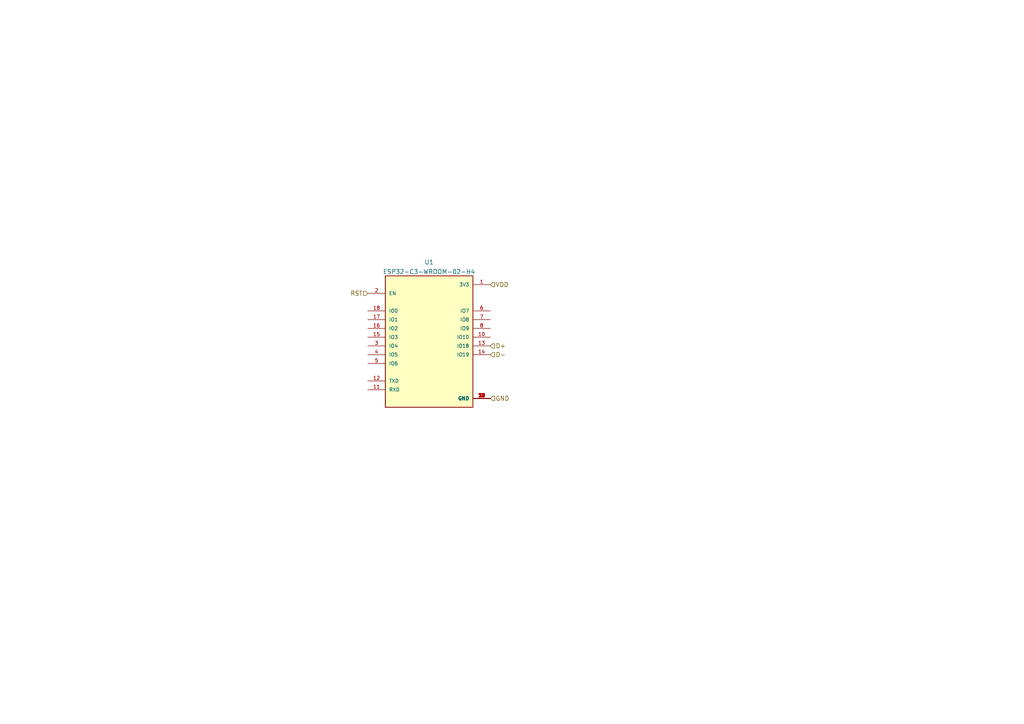
<source format=kicad_sch>
(kicad_sch (version 20211123) (generator eeschema)
  (paper "A4")
  (lib_symbols
    (symbol "ESP32-C3-WROOM-02-H4:ESP32-C3-WROOM-02-H4" (pin_names (offset 1.016))
      (property "Reference" "U" (at -12.7 21.082 0))
      (property "Value" "ESP32-C3-WROOM-02-H4" (at -12.7 -18.542 0))
      (symbol "ESP32-C3-WROOM-02-H4_0_0"
        (rectangle (start -12.7 -17.78) (end 12.7 20.32) (stroke (width 0.254)) (fill (type background)))
        (pin power_in line (at 17.78 17.78 180) (length 5.08) (name "3V3") (number "1"))
        (pin bidirectional line (at 17.78 2.54 180) (length 5.08) (name "IO10") (number "10"))
        (pin bidirectional line (at -17.78 -12.7 0) (length 5.08) (name "RXD") (number "11"))
        (pin bidirectional line (at -17.78 -10.16 0) (length 5.08) (name "TXD") (number "12"))
        (pin bidirectional line (at 17.78 0 180) (length 5.08) (name "IO18") (number "13"))
        (pin bidirectional line (at 17.78 -2.54 180) (length 5.08) (name "IO19") (number "14"))
        (pin bidirectional line (at -17.78 2.54 0) (length 5.08) (name "IO3") (number "15"))
        (pin bidirectional line (at -17.78 5.08 0) (length 5.08) (name "IO2") (number "16"))
        (pin bidirectional line (at -17.78 7.62 0) (length 5.08) (name "IO1") (number "17"))
        (pin bidirectional line (at -17.78 10.16 0) (length 5.08) (name "IO0") (number "18"))
        (pin power_in line (at 17.78 -15.24 180) (length 5.08) (name "GND") (number "19"))
        (pin input line (at -17.78 15.24 0) (length 5.08) (name "EN") (number "2"))
        (pin power_in line (at 17.78 -15.24 180) (length 5.08) (name "GND") (number "20"))
        (pin power_in line (at 17.78 -15.24 180) (length 5.08) (name "GND") (number "21"))
        (pin power_in line (at 17.78 -15.24 180) (length 5.08) (name "GND") (number "22"))
        (pin power_in line (at 17.78 -15.24 180) (length 5.08) (name "GND") (number "23"))
        (pin power_in line (at 17.78 -15.24 180) (length 5.08) (name "GND") (number "24"))
        (pin power_in line (at 17.78 -15.24 180) (length 5.08) (name "GND") (number "25"))
        (pin power_in line (at 17.78 -15.24 180) (length 5.08) (name "GND") (number "26"))
        (pin power_in line (at 17.78 -15.24 180) (length 5.08) (name "GND") (number "27"))
        (pin power_in line (at 17.78 -15.24 180) (length 5.08) (name "GND") (number "28"))
        (pin power_in line (at 17.78 -15.24 180) (length 5.08) (name "GND") (number "29"))
        (pin bidirectional line (at -17.78 0 0) (length 5.08) (name "IO4") (number "3"))
        (pin power_in line (at 17.78 -15.24 180) (length 5.08) (name "GND") (number "30"))
        (pin power_in line (at 17.78 -15.24 180) (length 5.08) (name "GND") (number "31"))
        (pin power_in line (at 17.78 -15.24 180) (length 5.08) (name "GND") (number "32"))
        (pin power_in line (at 17.78 -15.24 180) (length 5.08) (name "GND") (number "33"))
        (pin power_in line (at 17.78 -15.24 180) (length 5.08) (name "GND") (number "34"))
        (pin power_in line (at 17.78 -15.24 180) (length 5.08) (name "GND") (number "35"))
        (pin power_in line (at 17.78 -15.24 180) (length 5.08) (name "GND") (number "36"))
        (pin power_in line (at 17.78 -15.24 180) (length 5.08) (name "GND") (number "37"))
        (pin power_in line (at 17.78 -15.24 180) (length 5.08) (name "GND") (number "38"))
        (pin power_in line (at 17.78 -15.24 180) (length 5.08) (name "GND") (number "39"))
        (pin bidirectional line (at -17.78 -2.54 0) (length 5.08) (name "IO5") (number "4"))
        (pin bidirectional line (at -17.78 -5.08 0) (length 5.08) (name "IO6") (number "5"))
        (pin bidirectional line (at 17.78 10.16 180) (length 5.08) (name "IO7") (number "6"))
        (pin bidirectional line (at 17.78 7.62 180) (length 5.08) (name "IO8") (number "7"))
        (pin bidirectional line (at 17.78 5.08 180) (length 5.08) (name "IO9") (number "8"))
        (pin power_in line (at 17.78 -15.24 180) (length 5.08) (name "GND") (number "9"))
      )
    )
  )
  (hierarchical_label "RST" (shape input) (at 106.68 85.09 180))
  (hierarchical_label "GND" (shape input) (at 142.24 115.57 0))
  (hierarchical_label "D-" (shape input) (at 142.24 102.87 0))
  (hierarchical_label "VDD" (shape input) (at 142.24 82.55 0))
  (hierarchical_label "D+" (shape input) (at 142.24 100.33 0))
  (symbol (lib_id "ESP32-C3-WROOM-02-H4:ESP32-C3-WROOM-02-H4") (at 124.46 100.33 0) (unit 1)
    (property "Reference" "U1" (at 124.46 76.0435 0))
    (property "Value" "ESP32-C3-WROOM-02-H4" (at 124.46 78.8186 0))
    (property "Footprint" "MODULE_ESP32-C3-WROOM-02-H4" (effects hide))
    (property "MAXIMUM_PACKAGE_HEIGHT" "3.35 mm" (effects hide))
    (property "MANUFACTURER" "Espressif" (effects hide))
    (property "PARTREV" "V1.0" (effects hide))
    (property "STANDARD" "Manufacturer Recommendations" (effects hide))
  )
)
</source>
